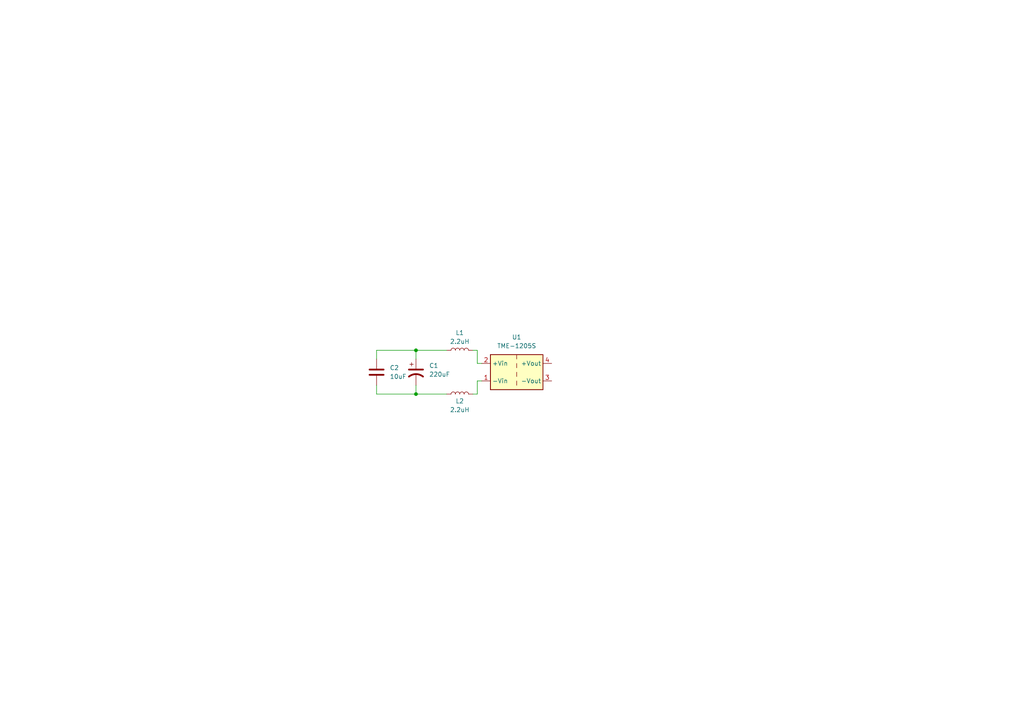
<source format=kicad_sch>
(kicad_sch (version 20231120) (generator "eeschema") (generator_version "8.0")
  (paper "A4")
  (lib_symbols
    (symbol "Converter_DCDC:TME-1205S"
      (property "Reference" "U" (at -6.35 6.35 0))
      (property "Value" "TME-1205S" (at 2.54 6.35 0))
      (symbol "TME-1205S_0_0"
        (pin power_in line (at -10.16 -2.54 0) (length 2.54) (name "-Vin") (number "1"))
        (pin power_in line (at -10.16 2.54 0) (length 2.54) (name "+Vin") (number "2"))
        (pin power_out line (at 10.16 -2.54 180) (length 2.54) (name "-Vout") (number "3"))
        (pin power_out line (at 10.16 2.54 180) (length 2.54) (name "+Vout") (number "4"))
      )
      (symbol "TME-1205S_0_1"
        (rectangle (start -7.62 5.08) (end 7.62 -5.08) (stroke (width 0.254)) (fill (type background)))
        (polyline (pts (xy 0 -2.54) (xy 0 -3.81)))
        (polyline (pts (xy 0 0) (xy 0 -1.27)))
        (polyline (pts (xy 0 2.54) (xy 0 1.27)))
        (polyline (pts (xy 0 5.08) (xy 0 3.81)))
      )
    )
    (symbol "Device:C" (pin_numbers hide) (pin_names (offset 0.254))
      (property "Reference" "C" (at 0.635 2.54 0))
      (property "Value" "C" (at 0.635 -2.54 0))
      (symbol "C_0_1"
        (polyline (pts (xy -2.032 -0.762) (xy 2.032 -0.762)) (stroke (width 0.508)))
        (polyline (pts (xy -2.032 0.762) (xy 2.032 0.762)) (stroke (width 0.508)))
      )
      (symbol "C_1_1"
        (pin passive line (at 0 3.81 270) (length 2.794) (name "~") (number "1"))
        (pin passive line (at 0 -3.81 90) (length 2.794) (name "~") (number "2"))
      )
    )
    (symbol "Device:C_Polarized_US" (pin_numbers hide) (pin_names (offset 0.254) hide)
      (property "Reference" "C" (at 0.635 2.54 0))
      (property "Value" "C_Polarized_US" (at 0.635 -2.54 0))
      (symbol "C_Polarized_US_0_1"
        (polyline (pts (xy -2.032 0.762) (xy 2.032 0.762)) (stroke (width 0.508)))
        (polyline (pts (xy -1.778 2.286) (xy -0.762 2.286)))
        (polyline (pts (xy -1.27 1.778) (xy -1.27 2.794)))
        (arc (start 2.032 -1.27) (mid 0 -0.5572) (end -2.032 -1.27) (stroke (width 0.508)))
      )
      (symbol "C_Polarized_US_1_1"
        (pin passive line (at 0 3.81 270) (length 2.794) (name "~") (number "1"))
        (pin passive line (at 0 -3.81 90) (length 3.302) (name "~") (number "2"))
      )
    )
    (symbol "Device:L" (pin_numbers hide) (pin_names (offset 1.016) hide)
      (property "Reference" "L" (at -1.27 0 90))
      (property "Value" "L" (at 1.905 0 90))
      (symbol "L_0_1"
        (arc (start 0 -2.54) (mid 0.6323 -1.905) (end 0 -1.27))
        (arc (start 0 -1.27) (mid 0.6323 -0.635) (end 0 0))
        (arc (start 0 0) (mid 0.6323 0.635) (end 0 1.27))
        (arc (start 0 1.27) (mid 0.6323 1.905) (end 0 2.54))
      )
      (symbol "L_1_1"
        (pin passive line (at 0 3.81 270) (length 1.27) (name "1") (number "1"))
        (pin passive line (at 0 -3.81 90) (length 1.27) (name "2") (number "2"))
      )
    )
  )
  (junction (at 120.65 114.3))
  (junction (at 120.65 101.6))
  (wire (pts (xy 138.43 114.3) (xy 138.43 110.49)))
  (wire (pts (xy 120.65 104.14) (xy 120.65 101.6)))
  (wire (pts (xy 129.54 114.3) (xy 120.65 114.3)))
  (wire (pts (xy 109.22 101.6) (xy 120.65 101.6)))
  (wire (pts (xy 138.43 101.6) (xy 138.43 105.41)))
  (wire (pts (xy 109.22 104.14) (xy 109.22 101.6)))
  (wire (pts (xy 138.43 110.49) (xy 139.7 110.49)))
  (wire (pts (xy 120.65 101.6) (xy 129.54 101.6)))
  (wire (pts (xy 120.65 114.3) (xy 120.65 111.76)))
  (wire (pts (xy 109.22 114.3) (xy 120.65 114.3)))
  (wire (pts (xy 137.16 101.6) (xy 138.43 101.6)))
  (wire (pts (xy 138.43 105.41) (xy 139.7 105.41)))
  (wire (pts (xy 137.16 114.3) (xy 138.43 114.3)))
  (wire (pts (xy 109.22 111.76) (xy 109.22 114.3)))
  (symbol (lib_id "Device:L") (at 133.35 114.3 90) (unit 1)
    (property "Reference" "L2" (at 133.35 116.332 90))
    (property "Value" "2.2uH" (at 133.35 118.872 90))
    (property "Footprint" "Inductor_SMD:L_0805_2012Metric_Pad1.15x1.40mm_HandSolder" (effects (hide yes)))
    (property "Description" "Inductor" (effects (hide yes)))
  )
  (symbol (lib_id "Device:L") (at 133.35 101.6 90) (unit 1)
    (property "Reference" "L1" (at 133.35 96.52 90))
    (property "Value" "2.2uH" (at 133.35 99.06 90))
    (property "Footprint" "Inductor_SMD:L_0805_2012Metric_Pad1.15x1.40mm_HandSolder" (effects (hide yes)))
    (property "Description" "Inductor" (effects (hide yes)))
  )
  (symbol (lib_id "Device:C") (at 109.22 107.95 0) (unit 1)
    (property "Reference" "C2" (at 113.03 106.6799 0) (effects (justify left)))
    (property "Value" "10uF" (at 113.03 109.2199 0) (effects (justify left)))
    (property "Footprint" "Capacitor_SMD:C_0805_2012Metric_Pad1.18x1.45mm_HandSolder" (effects (hide yes)))
    (property "Description" "Unpolarized capacitor" (effects (hide yes)))
  )
  (symbol (lib_id "Converter_DCDC:TME-1205S") (at 149.86 107.95 0) (unit 1)
    (property "Reference" "U1" (at 149.86 97.79 0))
    (property "Value" "TME-1205S" (at 149.86 100.33 0))
    (property "Footprint" "Converter_DCDC:Converter_DCDC_TRACO_TME_03xxS_05xxS_12xxS_Single_THT" (effects (hide yes)))
    (property "Datasheet" "https://www.tracopower.com/products/tme.pdf" (effects (hide yes)))
    (property "Description" "1W DC/DC converter unregulated, 10.8-13.2V input, 5V output voltage, 200mA output, 1kVDC isolation, SIP-4" (effects (hide yes)))
  )
  (symbol (lib_id "Device:C_Polarized_US") (at 120.65 107.95 0) (unit 1)
    (property "Reference" "C1" (at 124.46 106.0449 0) (effects (justify left)))
    (property "Value" "220uF" (at 124.46 108.5849 0) (effects (justify left)))
    (property "Footprint" "Capacitor_SMD:CP_Elec_6.3x5.4_Nichicon" (effects (hide yes)))
    (property "Description" "Polarized capacitor, US symbol" (effects (hide yes)))
  )
)
</source>
